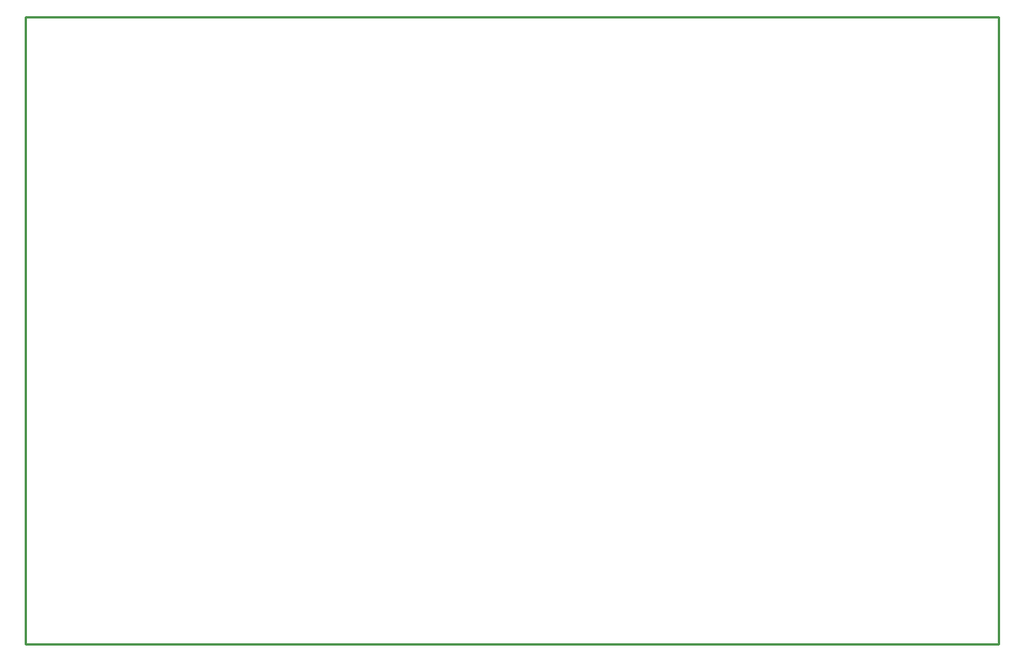
<source format=gm1>
G04*
G04 #@! TF.GenerationSoftware,Altium Limited,Altium Designer,22.5.1 (42)*
G04*
G04 Layer_Color=16711935*
%FSLAX44Y44*%
%MOMM*%
G71*
G04*
G04 #@! TF.SameCoordinates,CA0BB6C5-CFA1-4992-A8A9-7B9ED42510D7*
G04*
G04*
G04 #@! TF.FilePolarity,Positive*
G04*
G01*
G75*
%ADD13C,0.2540*%
D13*
X0Y0D02*
X1069340D01*
X0Y689610D02*
X1069340D01*
Y0D02*
Y689610D01*
X0Y0D02*
Y689610D01*
M02*

</source>
